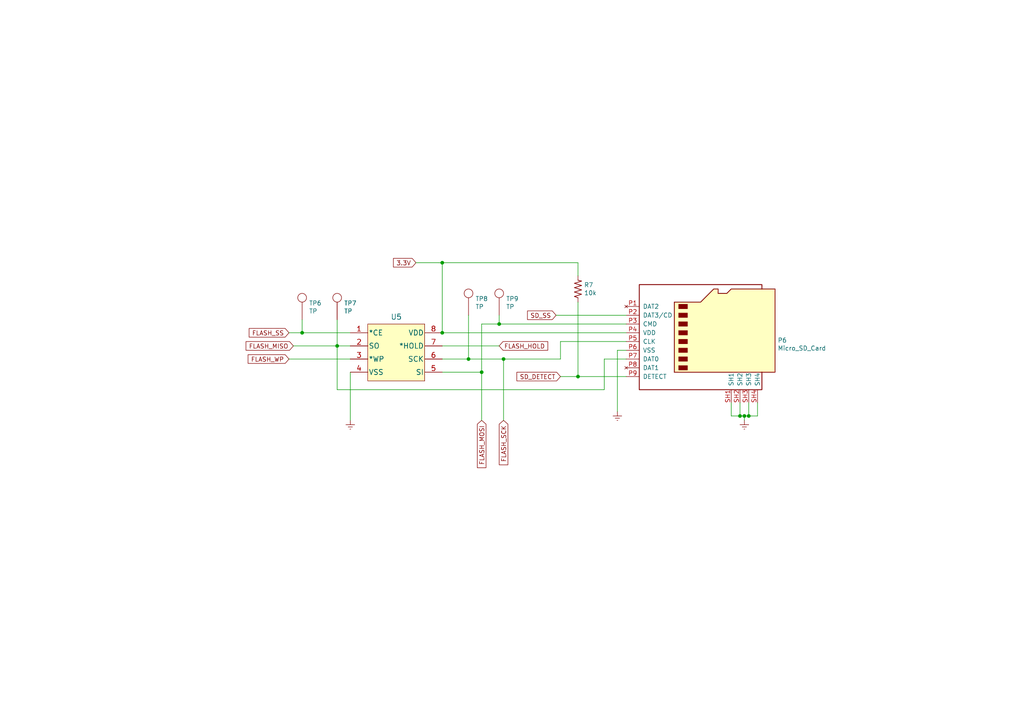
<source format=kicad_sch>
(kicad_sch (version 20211123) (generator eeschema)
  (paper "A4")
  (title_block (title "Data Logging Memory") (date "2021-07-03") (rev "1.0") (company "Sun Devil Rocketry ") (comment 1 "Author: Colton"))
  (lib_symbols
    (symbol "Engine-Controller:Earth" (power) (pin_names (offset 0))
      (symbol "Earth_0_1"
        (polyline (pts (xy -0.635 -1.905) (xy 0.635 -1.905)))
        (polyline (pts (xy -0.127 -2.54) (xy 0.127 -2.54)))
        (polyline (pts (xy 0 -1.27) (xy 0 0)))
        (polyline (pts (xy 1.27 -1.27) (xy -1.27 -1.27)))
      )
      (symbol "Earth_1_1"
        (pin power_in line (at 0 0 270) (length 0) hide (name "Earth") (number "1"))
      )
    )
    (symbol "Engine-Controller:Micro_SD_Card" (pin_names (offset 1.016))
      (property "Reference" "P" (at -16.51 15.24 0))
      (property "Value" "Engine-Controller_Micro_SD_Card" (at 16.51 15.24 0))
      (symbol "Micro_SD_Card_0_1"
        (rectangle (start -7.62 -9.525) (end -5.08 -10.795) (fill (type outline)))
        (rectangle (start -7.62 -6.985) (end -5.08 -8.255) (fill (type outline)))
        (rectangle (start -7.62 -4.445) (end -5.08 -5.715) (fill (type outline)))
        (rectangle (start -7.62 -1.905) (end -5.08 -3.175) (fill (type outline)))
        (rectangle (start -7.62 0.635) (end -5.08 -0.635) (fill (type outline)))
        (rectangle (start -7.62 3.175) (end -5.08 1.905) (fill (type outline)))
        (rectangle (start -7.62 5.715) (end -5.08 4.445) (fill (type outline)))
        (rectangle (start -7.62 8.255) (end -5.08 6.985) (fill (type outline)))
        (polyline (pts (xy 16.51 12.7) (xy 16.51 13.97) (xy -19.05 13.97) (xy -19.05 -16.51) (xy 16.51 -16.51) (xy 16.51 -11.43)) (stroke (width 0.254)))
        (polyline (pts (xy -8.89 -11.43) (xy -8.89 8.89) (xy -1.27 8.89) (xy 2.54 12.7) (xy 3.81 12.7) (xy 3.81 11.43) (xy 6.35 11.43) (xy 7.62 12.7) (xy 20.32 12.7) (xy 20.32 -11.43) (xy -8.89 -11.43)) (stroke (width 0.254)) (fill (type background)))
      )
      (symbol "Micro_SD_Card_1_1"
        (pin no_connect line (at -22.86 7.62 0) (length 3.81) (name "DAT2") (number "P1"))
        (pin bidirectional line (at -22.86 5.08 0) (length 3.81) (name "DAT3/CD") (number "P2"))
        (pin input line (at -22.86 2.54 0) (length 3.81) (name "CMD") (number "P3"))
        (pin power_in line (at -22.86 0 0) (length 3.81) (name "VDD") (number "P4"))
        (pin input line (at -22.86 -2.54 0) (length 3.81) (name "CLK") (number "P5"))
        (pin power_in line (at -22.86 -5.08 0) (length 3.81) (name "VSS") (number "P6"))
        (pin bidirectional line (at -22.86 -7.62 0) (length 3.81) (name "DAT0") (number "P7"))
        (pin no_connect line (at -22.86 -10.16 0) (length 3.81) (name "DAT1") (number "P8"))
        (pin passive line (at -22.86 -12.7 0) (length 3.81) (name "DETECT") (number "P9"))
        (pin passive line (at 7.62 -20.32 90) (length 3.81) (name "SH1") (number "SH1"))
        (pin passive line (at 10.16 -20.32 90) (length 3.81) (name "SH2") (number "SH2"))
        (pin passive line (at 12.7 -20.32 90) (length 3.81) (name "SH3") (number "SH3"))
        (pin passive line (at 15.24 -20.32 90) (length 3.81) (name "SH4") (number "SH4"))
      )
    )
    (symbol "Engine-Controller:RES_0603" (pin_numbers hide) (pin_names (offset 1.016) hide)
      (property "Reference" "R" (at -1.27 1.27 0))
      (property "Value" "Engine-Controller_RES_0603" (at -3.81 -2.54 0))
      (symbol "RES_0603_0_0"
        (polyline (pts (xy -2.54 0) (xy -2.159 1.016)) (stroke (width 0.2032)))
        (polyline (pts (xy -2.159 1.016) (xy -1.524 -1.016)) (stroke (width 0.2032)))
        (polyline (pts (xy -1.524 -1.016) (xy -0.889 1.016)) (stroke (width 0.2032)))
        (polyline (pts (xy -0.889 1.016) (xy -0.254 -1.016)) (stroke (width 0.2032)))
        (polyline (pts (xy -0.254 -1.016) (xy 0.381 1.016)) (stroke (width 0.2032)))
        (polyline (pts (xy 0.381 1.016) (xy 1.016 -1.016)) (stroke (width 0.2032)))
        (polyline (pts (xy 1.016 -1.016) (xy 1.651 1.016)) (stroke (width 0.2032)))
        (polyline (pts (xy 1.651 1.016) (xy 2.286 -1.016)) (stroke (width 0.2032)))
        (polyline (pts (xy 2.286 -1.016) (xy 2.54 0)) (stroke (width 0.2032)))
        (pin passive line (at -3.81 0 0) (length 1.27) (name "~") (number "1"))
        (pin passive line (at 3.81 0 180) (length 1.27) (name "~") (number "2"))
      )
    )
    (symbol "Engine-Controller:SST25VF040B-50-4I-S2AE-T" (pin_names (offset 0.254))
      (property "Reference" "U" (at -2.54 6.35 0))
      (symbol "SST25VF040B-50-4I-S2AE-T_1_1"
        (rectangle (start -8.89 5.08) (end 7.62 -11.43) (stroke (width 0.1524)) (fill (type background)))
        (pin input line (at -13.97 2.54 0) (length 5.08) (name "*CE") (number "1"))
        (pin output line (at -13.97 -1.27 0) (length 5.08) (name "SO") (number "2"))
        (pin input line (at -13.97 -5.08 0) (length 5.08) (name "*WP") (number "3"))
        (pin power_in line (at -13.97 -8.89 0) (length 5.08) (name "VSS") (number "4"))
        (pin input line (at 12.7 -8.89 180) (length 5.08) (name "SI") (number "5"))
        (pin input line (at 12.7 -5.08 180) (length 5.08) (name "SCK") (number "6"))
        (pin input line (at 12.7 -1.27 180) (length 5.08) (name "*HOLD") (number "7"))
        (pin power_in line (at 12.7 2.54 180) (length 5.08) (name "VDD") (number "8"))
      )
    )
    (symbol "Engine-Controller:TP" (pin_numbers hide) (pin_names (offset 1.016) hide)
      (property "Reference" "TP" (at 0 8.89 0))
      (property "Value" "Engine-Controller_TP" (at 0 8.89 0))
      (symbol "TP_0_1"
        (circle (center 0 6.35) (radius 1.27))
      )
      (symbol "TP_1_1"
        (pin passive line (at 0 0 90) (length 5.08) (name "~") (number "1"))
      )
    )
  )
  (junction (at 217.17 120.65))
  (junction (at 167.64 109.22))
  (junction (at 215.9 120.65))
  (junction (at 214.63 120.65))
  (junction (at 97.79 100.33))
  (junction (at 144.78 93.98))
  (junction (at 128.27 96.52))
  (junction (at 135.89 104.14))
  (junction (at 128.27 76.2))
  (junction (at 139.7 107.95))
  (junction (at 146.05 104.14))
  (junction (at 87.63 96.52))
  (wire (pts (xy 167.64 87.63) (xy 167.64 109.22)))
  (wire (pts (xy 212.09 120.65) (xy 214.63 120.65)))
  (wire (pts (xy 97.79 113.03) (xy 175.26 113.03)))
  (wire (pts (xy 139.7 107.95) (xy 128.27 107.95)))
  (wire (pts (xy 217.17 120.65) (xy 215.9 120.65)))
  (wire (pts (xy 146.05 104.14) (xy 146.05 121.92)))
  (wire (pts (xy 128.27 100.33) (xy 144.78 100.33)))
  (wire (pts (xy 175.26 113.03) (xy 175.26 104.14)))
  (wire (pts (xy 146.05 104.14) (xy 135.89 104.14)))
  (wire (pts (xy 144.78 93.98) (xy 181.61 93.98)))
  (wire (pts (xy 87.63 96.52) (xy 101.6 96.52)))
  (wire (pts (xy 128.27 96.52) (xy 181.61 96.52)))
  (wire (pts (xy 179.07 101.6) (xy 179.07 119.38)))
  (wire (pts (xy 217.17 116.84) (xy 217.17 120.65)))
  (wire (pts (xy 120.65 76.2) (xy 128.27 76.2)))
  (wire (pts (xy 214.63 116.84) (xy 214.63 120.65)))
  (wire (pts (xy 219.71 120.65) (xy 217.17 120.65)))
  (wire (pts (xy 135.89 104.14) (xy 128.27 104.14)))
  (wire (pts (xy 219.71 116.84) (xy 219.71 120.65)))
  (wire (pts (xy 128.27 76.2) (xy 167.64 76.2)))
  (wire (pts (xy 214.63 120.65) (xy 215.9 120.65)))
  (wire (pts (xy 167.64 76.2) (xy 167.64 80.01)))
  (wire (pts (xy 139.7 107.95) (xy 139.7 121.92)))
  (wire (pts (xy 175.26 104.14) (xy 181.61 104.14)))
  (wire (pts (xy 128.27 76.2) (xy 128.27 96.52)))
  (wire (pts (xy 215.9 120.65) (xy 215.9 121.92)))
  (wire (pts (xy 139.7 93.98) (xy 144.78 93.98)))
  (wire (pts (xy 101.6 104.14) (xy 83.82 104.14)))
  (wire (pts (xy 144.78 91.44) (xy 144.78 93.98)))
  (wire (pts (xy 97.79 92.71) (xy 97.79 100.33)))
  (wire (pts (xy 146.05 104.14) (xy 162.56 104.14)))
  (wire (pts (xy 212.09 116.84) (xy 212.09 120.65)))
  (wire (pts (xy 162.56 99.06) (xy 181.61 99.06)))
  (wire (pts (xy 181.61 91.44) (xy 161.29 91.44)))
  (wire (pts (xy 181.61 101.6) (xy 179.07 101.6)))
  (wire (pts (xy 162.56 104.14) (xy 162.56 99.06)))
  (wire (pts (xy 139.7 107.95) (xy 139.7 93.98)))
  (wire (pts (xy 87.63 92.71) (xy 87.63 96.52)))
  (wire (pts (xy 97.79 100.33) (xy 85.09 100.33)))
  (wire (pts (xy 97.79 100.33) (xy 97.79 113.03)))
  (wire (pts (xy 167.64 109.22) (xy 162.56 109.22)))
  (wire (pts (xy 101.6 107.95) (xy 101.6 121.92)))
  (wire (pts (xy 83.82 96.52) (xy 87.63 96.52)))
  (wire (pts (xy 181.61 109.22) (xy 167.64 109.22)))
  (wire (pts (xy 135.89 91.44) (xy 135.89 104.14)))
  (wire (pts (xy 101.6 100.33) (xy 97.79 100.33)))
  (global_label "SD_DETECT" (shape input) (at 162.56 109.22 180) (property "Intersheet References" "${INTERSHEET_REFS}" (effects hide)))
  (global_label "SD_SS" (shape input) (at 161.29 91.44 180) (property "Intersheet References" "${INTERSHEET_REFS}" (effects hide)))
  (global_label "FLASH_SS" (shape input) (at 83.82 96.52 180) (property "Intersheet References" "${INTERSHEET_REFS}" (effects hide)))
  (global_label "FLASH_SCK" (shape input) (at 146.05 121.92 270) (property "Intersheet References" "${INTERSHEET_REFS}" (effects hide)))
  (global_label "FLASH_WP" (shape input) (at 83.82 104.14 180) (property "Intersheet References" "${INTERSHEET_REFS}" (effects hide)))
  (global_label "FLASH_MOSI" (shape input) (at 139.7 121.92 270) (property "Intersheet References" "${INTERSHEET_REFS}" (effects hide)))
  (global_label "3.3V" (shape input) (at 120.65 76.2 180) (property "Intersheet References" "${INTERSHEET_REFS}" (effects hide)))
  (global_label "FLASH_HOLD" (shape input) (at 144.78 100.33 0) (property "Intersheet References" "${INTERSHEET_REFS}" (effects hide)))
  (global_label "FLASH_MISO" (shape input) (at 85.09 100.33 180) (property "Intersheet References" "${INTERSHEET_REFS}" (effects hide)))
  (symbol (lib_id "Engine-Controller:SST25VF040B-50-4I-S2AE-T") (at 115.57 99.06 0) (unit 1)
    (property "Reference" "U5" (at 114.935 91.9226 0) (effects (font (size 1.524 1.524))))
    (property "Value" "SST25VF040B-50-4I-S2AE-T" (effects hide))
    (property "Footprint" "SOIC8_S2A_SST_MCH" (effects hide))
  )
  (symbol (lib_id "Engine-Controller:Earth") (at 101.6 121.92 0) (unit 1)
    (property "Reference" "#PWR03" (effects hide))
    (property "Value" "Earth" (effects hide))
  )
  (symbol (lib_id "Engine-Controller:Micro_SD_Card") (at 204.47 96.52 0) (unit 1)
    (property "Reference" "P6" (at 225.552 98.7044 0) (effects (justify left)))
    (property "Value" "Micro_SD_Card" (at 225.552 101.0158 0) (effects (justify left)))
    (property "Footprint" "Engine-Controller:GCT_MEM2075-00-140-01-A" (effects hide))
    (property "Datasheet" "http://katalog.we-online.de/em/datasheet/693072010801.pdf" (effects hide))
  )
  (symbol (lib_id "Engine-Controller:Earth") (at 215.9 121.92 0) (unit 1)
    (property "Reference" "#PWR05" (effects hide))
    (property "Value" "Earth" (effects hide))
  )
  (symbol (lib_id "Engine-Controller:Earth") (at 179.07 119.38 0) (unit 1)
    (property "Reference" "#PWR04" (effects hide))
    (property "Value" "Earth" (effects hide))
  )
  (symbol (lib_id "Engine-Controller:RES_0603") (at 167.64 83.82 90) (unit 1)
    (property "Reference" "R7" (at 169.3926 82.6516 90) (effects (justify right)))
    (property "Value" "10k" (at 169.3926 84.963 90) (effects (justify right)))
    (property "Footprint" "Engine-Controller:RES_0603" (effects hide))
  )
  (symbol (lib_id "Engine-Controller:TP") (at 87.63 92.71 0) (unit 1)
    (property "Reference" "TP6" (at 89.6112 87.9348 0) (effects (justify left)))
    (property "Value" "TP" (at 89.6112 90.2462 0) (effects (justify left)))
    (property "Footprint" "Engine-Controller:TP" (effects hide))
  )
  (symbol (lib_id "Engine-Controller:TP") (at 97.79 92.71 0) (unit 1)
    (property "Reference" "TP7" (at 99.7712 87.9348 0) (effects (justify left)))
    (property "Value" "TP" (at 99.7712 90.2462 0) (effects (justify left)))
    (property "Footprint" "Engine-Controller:TP" (effects hide))
  )
  (symbol (lib_id "Engine-Controller:TP") (at 135.89 91.44 0) (unit 1)
    (property "Reference" "TP8" (at 137.8712 86.6648 0) (effects (justify left)))
    (property "Value" "TP" (at 137.8712 88.9762 0) (effects (justify left)))
    (property "Footprint" "Engine-Controller:TP" (effects hide))
  )
  (symbol (lib_id "Engine-Controller:TP") (at 144.78 91.44 0) (unit 1)
    (property "Reference" "TP9" (at 146.7612 86.6648 0) (effects (justify left)))
    (property "Value" "TP" (at 146.7612 88.9762 0) (effects (justify left)))
    (property "Footprint" "Engine-Controller:TP" (effects hide))
  )
)
</source>
